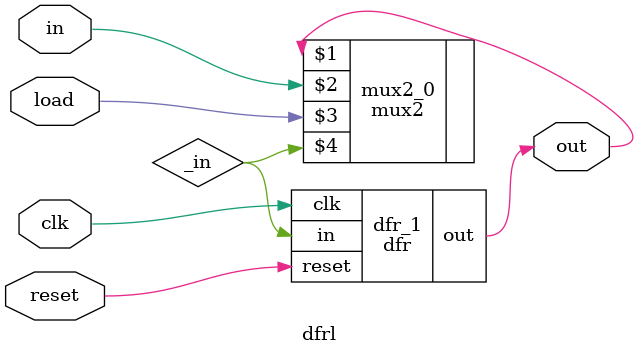
<source format=v>
module invert (input wire i, output wire o);
   assign o = !i;
endmodule

module and2 (input wire i0, i1, output wire o);
  assign o = i0 & i1;
endmodule

module or2 (input wire i0, i1, output wire o);
  assign o = i0 | i1;
endmodule

module xor2 (input wire i0, i1, output wire o);
  assign o = i0 ^ i1;
endmodule

module nand2 (input wire i0, i1, output wire o);
   wire t;
   and2 and2_0 (i0, i1, t);
   invert invert_0 (t, o);
endmodule

module nor2 (input wire i0, i1, output wire o);
   wire t;
   or2 or2_0 (i0, i1, t);
   invert invert_0 (t, o);
endmodule

module xnor2 (input wire i0, i1, output wire o);
   wire t;
   xor2 xor2_0 (i0, i1, t);
   invert invert_0 (t, o);
endmodule

module and3 (input wire i0, i1, i2, output wire o);
   wire t;
   and2 and2_0 (i0, i1, t);
   and2 and2_1 (i2, t, o);
endmodule

module or3 (input wire i0, i1, i2, output wire o);
   wire t;
   or2 or2_0 (i0, i1, t);
   or2 or2_1 (i2, t, o);
endmodule

module nor3 (input wire i0, i1, i2, output wire o);
   wire t;
   or2 or2_0 (i0, i1, t);
   nor2 nor2_0 (i2, t, o);
endmodule

module nand3 (input wire i0, i1, i2, output wire o);
   wire t;
   and2 and2_0 (i0, i1, t);
   nand2 nand2_1 (i2, t, o);
endmodule

module xor3 (input wire i0, i1, i2, output wire o);
   wire t;
   xor2 xor2_0 (i0, i1, t);
   xor2 xor2_1 (i2, t, o);
endmodule

module xnor3 (input wire i0, i1, i2, output wire o);
   wire t;
   xor2 xor2_0 (i0, i1, t);
   xnor2 xnor2_0 (i2, t, o);
endmodule

// module mux2 (input wire i0, i1, j, output wire o);
//   assign o = (j==0)?i0:i1;
// endmodule

module mux4 (input wire [0:3] i, input wire j1, j0, output wire o);
  wire  t0, t1;
  mux2 mux2_0 (i[0], i[1], j1, t0);
  mux2 mux2_1 (i[2], i[3], j1, t1);
  mux2 mux2_2 (t0, t1, j0, o);
endmodule

module mux8 (input wire [0:7] i, input wire j2, j1, j0, output wire o);
  wire  t0, t1;
  mux4 mux4_0 (i[0:3], j2, j1, t0);
  mux4 mux4_1 (i[4:7], j2, j1, t1);
  mux2 mux2_0 (t0, t1, j0, o);
endmodule

module demux2 (input wire i, j, output wire o0, o1);
  assign o0 = (j==0)?i:1'b0;
  assign o1 = (j==1)?i:1'b0;
endmodule

module demux4 (input wire i, j1, j0, output wire [0:3] o);
  wire  t0, t1;
  demux2 demux2_0 (i, j1, t0, t1);
  demux2 demux2_1 (t0, j0, o[0], o[1]);
  demux2 demux2_2 (t1, j0, o[2], o[3]);
endmodule

module demux8 (input wire i, j2, j1, j0, output wire [0:7] o);
  wire  t0, t1;
  demux2 demux2_0 (i, j2, t0, t1);
  demux4 demux4_0 (t0, j1, j0, o[0:3]);
  demux4 demux4_1 (t1, j1, j0, o[4:7]);
endmodule

module df (input wire clk, in, output wire out);
  reg df_out;
  always@(posedge clk) df_out <= in;
  assign out = df_out;
endmodule

module dfr (input wire clk, reset, in, output wire out);
  wire reset_, df_in;
  invert invert_0 (reset, reset_);
  and2 and2_0 (in, reset_, df_in);
  df df_0 (clk, df_in, out);
endmodule

module dfrl (input wire clk, reset, load, in, output wire out);
  wire _in;
  mux2 mux2_0(out, in, load, _in);
  dfr dfr_1(clk, reset, _in, out);
endmodule
</source>
